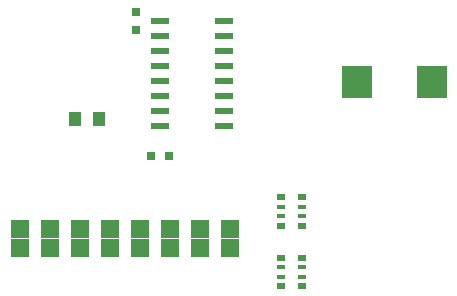
<source format=gtp>
G04 #@! TF.GenerationSoftware,KiCad,Pcbnew,(5.99.0-10628-ga06f965ffa)*
G04 #@! TF.CreationDate,2021-12-09T18:38:08+01:00*
G04 #@! TF.ProjectId,MAN Adapterplatine,4d414e20-4164-4617-9074-6572706c6174,1.1*
G04 #@! TF.SameCoordinates,Original*
G04 #@! TF.FileFunction,Paste,Top*
G04 #@! TF.FilePolarity,Positive*
%FSLAX46Y46*%
G04 Gerber Fmt 4.6, Leading zero omitted, Abs format (unit mm)*
G04 Created by KiCad (PCBNEW (5.99.0-10628-ga06f965ffa)) date 2021-12-09 18:38:08*
%MOMM*%
%LPD*%
G01*
G04 APERTURE LIST*
%ADD10R,1.000000X1.250000*%
%ADD11R,2.550000X2.700000*%
%ADD12R,0.750000X0.800000*%
%ADD13R,0.800000X0.750000*%
%ADD14R,0.800000X0.500000*%
%ADD15R,0.800000X0.400000*%
%ADD16R,1.500000X1.500000*%
%ADD17R,1.500000X0.600000*%
G04 APERTURE END LIST*
D10*
X106600000Y-83100000D03*
X104600000Y-83100000D03*
D11*
X134775000Y-79900000D03*
X128425000Y-79900000D03*
D12*
X109700000Y-74000000D03*
X109700000Y-75500000D03*
D13*
X111050000Y-86200000D03*
X112550000Y-86200000D03*
D14*
X122000000Y-94800000D03*
D15*
X122000000Y-95600000D03*
X122000000Y-96400000D03*
D14*
X122000000Y-97200000D03*
X123800000Y-97200000D03*
D15*
X123800000Y-96400000D03*
X123800000Y-95600000D03*
D14*
X123800000Y-94800000D03*
X122000000Y-89700000D03*
D15*
X122000000Y-90500000D03*
X122000000Y-91300000D03*
D14*
X122000000Y-92100000D03*
X123800000Y-92100000D03*
D15*
X123800000Y-91300000D03*
X123800000Y-90500000D03*
D14*
X123800000Y-89700000D03*
D16*
X99900000Y-94002800D03*
X102440000Y-94002800D03*
X104980000Y-94002800D03*
X107520000Y-94002800D03*
X110060000Y-94002800D03*
X112600000Y-94002800D03*
X115140000Y-94002800D03*
X117680000Y-94002800D03*
X117680000Y-92376800D03*
X115140000Y-92376800D03*
X112600000Y-92376800D03*
X110060000Y-92376800D03*
X107520000Y-92376800D03*
X104980000Y-92376800D03*
X102440000Y-92376800D03*
X99900000Y-92376800D03*
D17*
X117200000Y-83645000D03*
X117200000Y-82375000D03*
X117200000Y-81105000D03*
X117200000Y-79835000D03*
X117200000Y-78565000D03*
X117200000Y-77295000D03*
X117200000Y-76025000D03*
X117200000Y-74755000D03*
X111800000Y-74755000D03*
X111800000Y-76025000D03*
X111800000Y-77295000D03*
X111800000Y-78565000D03*
X111800000Y-79835000D03*
X111800000Y-81105000D03*
X111800000Y-82375000D03*
X111800000Y-83645000D03*
M02*

</source>
